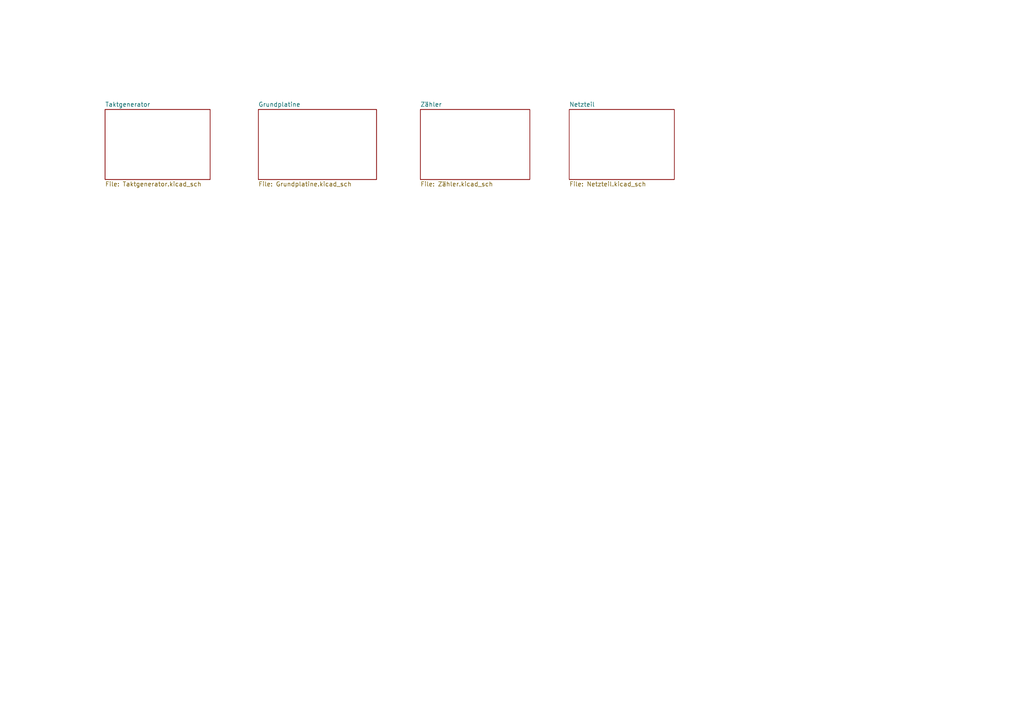
<source format=kicad_sch>
(kicad_sch (version 20230121) (generator eeschema)
  (paper "A4")
  (lib_symbols)
  (sheet (at 30.48 31.75) (size 30.48 20.32)
    (property "Sheetname" "Taktgenerator" (at 30.48 31.0384 0) (effects (justify left bottom)))
    (property "Sheetfile" "Taktgenerator.kicad_sch" (at 30.48 52.6546 0) (effects (justify left top)))
  )
  (sheet (at 74.93 31.75) (size 34.29 20.32)
    (property "Sheetname" "Grundplatine" (at 74.93 31.0384 0) (effects (justify left bottom)))
    (property "Sheetfile" "Grundplatine.kicad_sch" (at 74.93 52.6546 0) (effects (justify left top)))
  )
  (sheet (at 121.92 31.75) (size 31.75 20.32)
    (property "Sheetname" "Zähler" (at 121.92 31.0384 0) (effects (justify left bottom)))
    (property "Sheetfile" "Zähler.kicad_sch" (at 121.92 52.6546 0) (effects (justify left top)))
  )
  (sheet (at 165.1 31.75) (size 30.48 20.32)
    (property "Sheetname" "Netzteil" (at 165.1 31.0384 0) (effects (justify left bottom)))
    (property "Sheetfile" "Netzteil.kicad_sch" (at 165.1 52.6546 0) (effects (justify left top)))
  )
)
</source>
